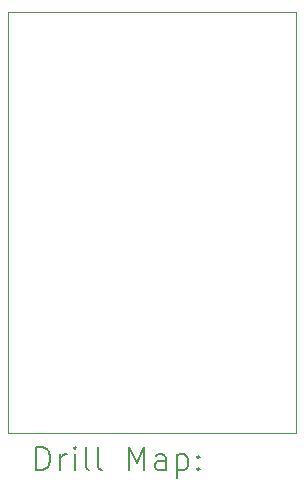
<source format=gbr>
%TF.GenerationSoftware,KiCad,Pcbnew,7.0.1*%
%TF.CreationDate,2023-04-11T16:46:36+02:00*%
%TF.ProjectId,AFE_03,4146455f-3033-42e6-9b69-6361645f7063,rev?*%
%TF.SameCoordinates,Original*%
%TF.FileFunction,Drillmap*%
%TF.FilePolarity,Positive*%
%FSLAX45Y45*%
G04 Gerber Fmt 4.5, Leading zero omitted, Abs format (unit mm)*
G04 Created by KiCad (PCBNEW 7.0.1) date 2023-04-11 16:46:36*
%MOMM*%
%LPD*%
G01*
G04 APERTURE LIST*
%ADD10C,0.100000*%
%ADD11C,0.200000*%
G04 APERTURE END LIST*
D10*
X8800000Y-3430000D02*
X11240000Y-3430000D01*
X11240000Y-6990000D01*
X8800000Y-6990000D01*
X8800000Y-3430000D01*
D11*
X9042619Y-7307524D02*
X9042619Y-7107524D01*
X9042619Y-7107524D02*
X9090238Y-7107524D01*
X9090238Y-7107524D02*
X9118810Y-7117048D01*
X9118810Y-7117048D02*
X9137857Y-7136095D01*
X9137857Y-7136095D02*
X9147381Y-7155143D01*
X9147381Y-7155143D02*
X9156905Y-7193238D01*
X9156905Y-7193238D02*
X9156905Y-7221809D01*
X9156905Y-7221809D02*
X9147381Y-7259905D01*
X9147381Y-7259905D02*
X9137857Y-7278952D01*
X9137857Y-7278952D02*
X9118810Y-7298000D01*
X9118810Y-7298000D02*
X9090238Y-7307524D01*
X9090238Y-7307524D02*
X9042619Y-7307524D01*
X9242619Y-7307524D02*
X9242619Y-7174190D01*
X9242619Y-7212286D02*
X9252143Y-7193238D01*
X9252143Y-7193238D02*
X9261667Y-7183714D01*
X9261667Y-7183714D02*
X9280714Y-7174190D01*
X9280714Y-7174190D02*
X9299762Y-7174190D01*
X9366429Y-7307524D02*
X9366429Y-7174190D01*
X9366429Y-7107524D02*
X9356905Y-7117048D01*
X9356905Y-7117048D02*
X9366429Y-7126571D01*
X9366429Y-7126571D02*
X9375952Y-7117048D01*
X9375952Y-7117048D02*
X9366429Y-7107524D01*
X9366429Y-7107524D02*
X9366429Y-7126571D01*
X9490238Y-7307524D02*
X9471190Y-7298000D01*
X9471190Y-7298000D02*
X9461667Y-7278952D01*
X9461667Y-7278952D02*
X9461667Y-7107524D01*
X9595000Y-7307524D02*
X9575952Y-7298000D01*
X9575952Y-7298000D02*
X9566429Y-7278952D01*
X9566429Y-7278952D02*
X9566429Y-7107524D01*
X9823571Y-7307524D02*
X9823571Y-7107524D01*
X9823571Y-7107524D02*
X9890238Y-7250381D01*
X9890238Y-7250381D02*
X9956905Y-7107524D01*
X9956905Y-7107524D02*
X9956905Y-7307524D01*
X10137857Y-7307524D02*
X10137857Y-7202762D01*
X10137857Y-7202762D02*
X10128333Y-7183714D01*
X10128333Y-7183714D02*
X10109286Y-7174190D01*
X10109286Y-7174190D02*
X10071190Y-7174190D01*
X10071190Y-7174190D02*
X10052143Y-7183714D01*
X10137857Y-7298000D02*
X10118810Y-7307524D01*
X10118810Y-7307524D02*
X10071190Y-7307524D01*
X10071190Y-7307524D02*
X10052143Y-7298000D01*
X10052143Y-7298000D02*
X10042619Y-7278952D01*
X10042619Y-7278952D02*
X10042619Y-7259905D01*
X10042619Y-7259905D02*
X10052143Y-7240857D01*
X10052143Y-7240857D02*
X10071190Y-7231333D01*
X10071190Y-7231333D02*
X10118810Y-7231333D01*
X10118810Y-7231333D02*
X10137857Y-7221809D01*
X10233095Y-7174190D02*
X10233095Y-7374190D01*
X10233095Y-7183714D02*
X10252143Y-7174190D01*
X10252143Y-7174190D02*
X10290238Y-7174190D01*
X10290238Y-7174190D02*
X10309286Y-7183714D01*
X10309286Y-7183714D02*
X10318810Y-7193238D01*
X10318810Y-7193238D02*
X10328333Y-7212286D01*
X10328333Y-7212286D02*
X10328333Y-7269428D01*
X10328333Y-7269428D02*
X10318810Y-7288476D01*
X10318810Y-7288476D02*
X10309286Y-7298000D01*
X10309286Y-7298000D02*
X10290238Y-7307524D01*
X10290238Y-7307524D02*
X10252143Y-7307524D01*
X10252143Y-7307524D02*
X10233095Y-7298000D01*
X10414048Y-7288476D02*
X10423571Y-7298000D01*
X10423571Y-7298000D02*
X10414048Y-7307524D01*
X10414048Y-7307524D02*
X10404524Y-7298000D01*
X10404524Y-7298000D02*
X10414048Y-7288476D01*
X10414048Y-7288476D02*
X10414048Y-7307524D01*
X10414048Y-7183714D02*
X10423571Y-7193238D01*
X10423571Y-7193238D02*
X10414048Y-7202762D01*
X10414048Y-7202762D02*
X10404524Y-7193238D01*
X10404524Y-7193238D02*
X10414048Y-7183714D01*
X10414048Y-7183714D02*
X10414048Y-7202762D01*
M02*

</source>
